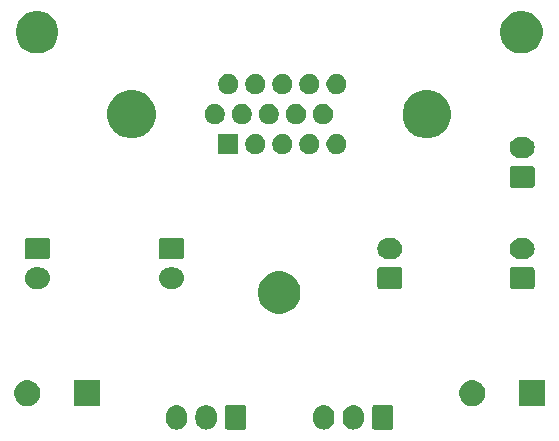
<source format=gbr>
%TF.GenerationSoftware,KiCad,Pcbnew,(5.0.2)-1*%
%TF.CreationDate,2019-02-14T19:53:03+01:00*%
%TF.ProjectId,VGA-Terminal_JSTXH,5647412d-5465-4726-9d69-6e616c5f4a53,rev?*%
%TF.SameCoordinates,Original*%
%TF.FileFunction,Soldermask,Bot*%
%TF.FilePolarity,Negative*%
%FSLAX46Y46*%
G04 Gerber Fmt 4.6, Leading zero omitted, Abs format (unit mm)*
G04 Created by KiCad (PCBNEW (5.0.2)-1) date 14.02.2019 19:53:03*
%MOMM*%
%LPD*%
G01*
G04 APERTURE LIST*
%ADD10C,0.150000*%
G04 APERTURE END LIST*
D10*
G36*
X117456627Y-97987037D02*
X117569853Y-98021384D01*
X117626467Y-98038557D01*
X117765087Y-98112652D01*
X117782991Y-98122222D01*
X117818729Y-98151552D01*
X117920186Y-98234814D01*
X118003448Y-98336271D01*
X118032778Y-98372009D01*
X118116443Y-98528534D01*
X118167963Y-98698374D01*
X118181000Y-98830743D01*
X118181000Y-99169258D01*
X118167963Y-99301627D01*
X118133616Y-99414853D01*
X118116443Y-99471467D01*
X118042348Y-99610087D01*
X118032778Y-99627991D01*
X118003448Y-99663729D01*
X117920186Y-99765186D01*
X117782989Y-99877779D01*
X117626466Y-99961443D01*
X117585733Y-99973799D01*
X117456626Y-100012963D01*
X117280000Y-100030359D01*
X117103373Y-100012963D01*
X116974266Y-99973799D01*
X116933533Y-99961443D01*
X116777011Y-99877779D01*
X116777009Y-99877778D01*
X116734749Y-99843096D01*
X116639814Y-99765186D01*
X116527221Y-99627989D01*
X116443557Y-99471466D01*
X116426384Y-99414852D01*
X116392037Y-99301626D01*
X116379000Y-99169257D01*
X116379000Y-98830742D01*
X116392037Y-98698373D01*
X116443557Y-98528534D01*
X116443557Y-98528533D01*
X116527222Y-98372008D01*
X116639812Y-98234817D01*
X116734750Y-98156904D01*
X116777010Y-98122222D01*
X116794914Y-98112652D01*
X116933534Y-98038557D01*
X116990148Y-98021384D01*
X117103374Y-97987037D01*
X117280000Y-97969641D01*
X117456627Y-97987037D01*
X117456627Y-97987037D01*
G37*
G36*
X107486627Y-97987037D02*
X107599853Y-98021384D01*
X107656467Y-98038557D01*
X107795087Y-98112652D01*
X107812991Y-98122222D01*
X107848729Y-98151552D01*
X107950186Y-98234814D01*
X108033448Y-98336271D01*
X108062778Y-98372009D01*
X108146443Y-98528534D01*
X108197963Y-98698374D01*
X108211000Y-98830743D01*
X108211000Y-99169258D01*
X108197963Y-99301627D01*
X108163616Y-99414853D01*
X108146443Y-99471467D01*
X108072348Y-99610087D01*
X108062778Y-99627991D01*
X108033448Y-99663729D01*
X107950186Y-99765186D01*
X107812989Y-99877779D01*
X107656466Y-99961443D01*
X107615733Y-99973799D01*
X107486626Y-100012963D01*
X107310000Y-100030359D01*
X107133373Y-100012963D01*
X107004266Y-99973799D01*
X106963533Y-99961443D01*
X106807011Y-99877779D01*
X106807009Y-99877778D01*
X106764749Y-99843096D01*
X106669814Y-99765186D01*
X106557221Y-99627989D01*
X106473557Y-99471466D01*
X106456384Y-99414852D01*
X106422037Y-99301626D01*
X106409000Y-99169257D01*
X106409000Y-98830742D01*
X106422037Y-98698373D01*
X106473557Y-98528534D01*
X106473557Y-98528533D01*
X106557222Y-98372008D01*
X106669812Y-98234817D01*
X106764750Y-98156904D01*
X106807010Y-98122222D01*
X106824914Y-98112652D01*
X106963534Y-98038557D01*
X107020148Y-98021384D01*
X107133374Y-97987037D01*
X107310000Y-97969641D01*
X107486627Y-97987037D01*
X107486627Y-97987037D01*
G37*
G36*
X104986627Y-97987037D02*
X105099853Y-98021384D01*
X105156467Y-98038557D01*
X105295087Y-98112652D01*
X105312991Y-98122222D01*
X105348729Y-98151552D01*
X105450186Y-98234814D01*
X105533448Y-98336271D01*
X105562778Y-98372009D01*
X105646443Y-98528534D01*
X105697963Y-98698374D01*
X105711000Y-98830743D01*
X105711000Y-99169258D01*
X105697963Y-99301627D01*
X105663616Y-99414853D01*
X105646443Y-99471467D01*
X105572348Y-99610087D01*
X105562778Y-99627991D01*
X105533448Y-99663729D01*
X105450186Y-99765186D01*
X105312989Y-99877779D01*
X105156466Y-99961443D01*
X105115733Y-99973799D01*
X104986626Y-100012963D01*
X104810000Y-100030359D01*
X104633373Y-100012963D01*
X104504266Y-99973799D01*
X104463533Y-99961443D01*
X104307011Y-99877779D01*
X104307009Y-99877778D01*
X104264749Y-99843096D01*
X104169814Y-99765186D01*
X104057221Y-99627989D01*
X103973557Y-99471466D01*
X103956384Y-99414852D01*
X103922037Y-99301626D01*
X103909000Y-99169257D01*
X103909000Y-98830742D01*
X103922037Y-98698373D01*
X103973557Y-98528534D01*
X103973557Y-98528533D01*
X104057222Y-98372008D01*
X104169812Y-98234817D01*
X104264750Y-98156904D01*
X104307010Y-98122222D01*
X104324914Y-98112652D01*
X104463534Y-98038557D01*
X104520148Y-98021384D01*
X104633374Y-97987037D01*
X104810000Y-97969641D01*
X104986627Y-97987037D01*
X104986627Y-97987037D01*
G37*
G36*
X119956627Y-97987037D02*
X120069853Y-98021384D01*
X120126467Y-98038557D01*
X120265087Y-98112652D01*
X120282991Y-98122222D01*
X120318729Y-98151552D01*
X120420186Y-98234814D01*
X120503448Y-98336271D01*
X120532778Y-98372009D01*
X120616443Y-98528534D01*
X120667963Y-98698374D01*
X120681000Y-98830743D01*
X120681000Y-99169258D01*
X120667963Y-99301627D01*
X120633616Y-99414853D01*
X120616443Y-99471467D01*
X120542348Y-99610087D01*
X120532778Y-99627991D01*
X120503448Y-99663729D01*
X120420186Y-99765186D01*
X120282989Y-99877779D01*
X120126466Y-99961443D01*
X120085733Y-99973799D01*
X119956626Y-100012963D01*
X119780000Y-100030359D01*
X119603373Y-100012963D01*
X119474266Y-99973799D01*
X119433533Y-99961443D01*
X119277011Y-99877779D01*
X119277009Y-99877778D01*
X119234749Y-99843096D01*
X119139814Y-99765186D01*
X119027221Y-99627989D01*
X118943557Y-99471466D01*
X118926384Y-99414852D01*
X118892037Y-99301626D01*
X118879000Y-99169257D01*
X118879000Y-98830742D01*
X118892037Y-98698373D01*
X118943557Y-98528534D01*
X118943557Y-98528533D01*
X119027222Y-98372008D01*
X119139812Y-98234817D01*
X119234750Y-98156904D01*
X119277010Y-98122222D01*
X119294914Y-98112652D01*
X119433534Y-98038557D01*
X119490148Y-98021384D01*
X119603374Y-97987037D01*
X119780000Y-97969641D01*
X119956627Y-97987037D01*
X119956627Y-97987037D01*
G37*
G36*
X123038600Y-97977989D02*
X123071649Y-97988014D01*
X123102106Y-98004294D01*
X123128799Y-98026201D01*
X123150706Y-98052894D01*
X123166986Y-98083351D01*
X123177011Y-98116400D01*
X123181000Y-98156904D01*
X123181000Y-99843096D01*
X123177011Y-99883600D01*
X123166986Y-99916649D01*
X123150706Y-99947106D01*
X123128799Y-99973799D01*
X123102106Y-99995706D01*
X123071649Y-100011986D01*
X123038600Y-100022011D01*
X122998096Y-100026000D01*
X121561904Y-100026000D01*
X121521400Y-100022011D01*
X121488351Y-100011986D01*
X121457894Y-99995706D01*
X121431201Y-99973799D01*
X121409294Y-99947106D01*
X121393014Y-99916649D01*
X121382989Y-99883600D01*
X121379000Y-99843096D01*
X121379000Y-98156904D01*
X121382989Y-98116400D01*
X121393014Y-98083351D01*
X121409294Y-98052894D01*
X121431201Y-98026201D01*
X121457894Y-98004294D01*
X121488351Y-97988014D01*
X121521400Y-97977989D01*
X121561904Y-97974000D01*
X122998096Y-97974000D01*
X123038600Y-97977989D01*
X123038600Y-97977989D01*
G37*
G36*
X110568600Y-97977989D02*
X110601649Y-97988014D01*
X110632106Y-98004294D01*
X110658799Y-98026201D01*
X110680706Y-98052894D01*
X110696986Y-98083351D01*
X110707011Y-98116400D01*
X110711000Y-98156904D01*
X110711000Y-99843096D01*
X110707011Y-99883600D01*
X110696986Y-99916649D01*
X110680706Y-99947106D01*
X110658799Y-99973799D01*
X110632106Y-99995706D01*
X110601649Y-100011986D01*
X110568600Y-100022011D01*
X110528096Y-100026000D01*
X109091904Y-100026000D01*
X109051400Y-100022011D01*
X109018351Y-100011986D01*
X108987894Y-99995706D01*
X108961201Y-99973799D01*
X108939294Y-99947106D01*
X108923014Y-99916649D01*
X108912989Y-99883600D01*
X108909000Y-99843096D01*
X108909000Y-98156904D01*
X108912989Y-98116400D01*
X108923014Y-98083351D01*
X108939294Y-98052894D01*
X108961201Y-98026201D01*
X108987894Y-98004294D01*
X109018351Y-97988014D01*
X109051400Y-97977989D01*
X109091904Y-97974000D01*
X110528096Y-97974000D01*
X110568600Y-97977989D01*
X110568600Y-97977989D01*
G37*
G36*
X136031000Y-98051000D02*
X133829000Y-98051000D01*
X133829000Y-95849000D01*
X136031000Y-95849000D01*
X136031000Y-98051000D01*
X136031000Y-98051000D01*
G37*
G36*
X92384794Y-95870155D02*
X92491150Y-95891311D01*
X92561990Y-95920654D01*
X92691516Y-95974305D01*
X92871850Y-96094801D01*
X93025199Y-96248150D01*
X93145695Y-96428484D01*
X93228689Y-96628851D01*
X93271000Y-96841560D01*
X93271000Y-97058440D01*
X93228689Y-97271149D01*
X93145695Y-97471516D01*
X93025199Y-97651850D01*
X92871850Y-97805199D01*
X92691516Y-97925695D01*
X92585420Y-97969641D01*
X92491150Y-98008689D01*
X92384795Y-98029844D01*
X92278440Y-98051000D01*
X92061560Y-98051000D01*
X91955205Y-98029844D01*
X91848850Y-98008689D01*
X91754580Y-97969641D01*
X91648484Y-97925695D01*
X91468150Y-97805199D01*
X91314801Y-97651850D01*
X91194305Y-97471516D01*
X91111311Y-97271149D01*
X91069000Y-97058440D01*
X91069000Y-96841560D01*
X91111311Y-96628851D01*
X91194305Y-96428484D01*
X91314801Y-96248150D01*
X91468150Y-96094801D01*
X91648484Y-95974305D01*
X91778010Y-95920654D01*
X91848850Y-95891311D01*
X91955205Y-95870156D01*
X92061560Y-95849000D01*
X92278440Y-95849000D01*
X92384794Y-95870155D01*
X92384794Y-95870155D01*
G37*
G36*
X98351000Y-98051000D02*
X96149000Y-98051000D01*
X96149000Y-95849000D01*
X98351000Y-95849000D01*
X98351000Y-98051000D01*
X98351000Y-98051000D01*
G37*
G36*
X130064794Y-95870155D02*
X130171150Y-95891311D01*
X130241990Y-95920654D01*
X130371516Y-95974305D01*
X130551850Y-96094801D01*
X130705199Y-96248150D01*
X130825695Y-96428484D01*
X130908689Y-96628851D01*
X130951000Y-96841560D01*
X130951000Y-97058440D01*
X130908689Y-97271149D01*
X130825695Y-97471516D01*
X130705199Y-97651850D01*
X130551850Y-97805199D01*
X130371516Y-97925695D01*
X130265420Y-97969641D01*
X130171150Y-98008689D01*
X130064795Y-98029844D01*
X129958440Y-98051000D01*
X129741560Y-98051000D01*
X129635205Y-98029844D01*
X129528850Y-98008689D01*
X129434580Y-97969641D01*
X129328484Y-97925695D01*
X129148150Y-97805199D01*
X128994801Y-97651850D01*
X128874305Y-97471516D01*
X128791311Y-97271149D01*
X128749000Y-97058440D01*
X128749000Y-96841560D01*
X128791311Y-96628851D01*
X128874305Y-96428484D01*
X128994801Y-96248150D01*
X129148150Y-96094801D01*
X129328484Y-95974305D01*
X129458010Y-95920654D01*
X129528850Y-95891311D01*
X129635205Y-95870156D01*
X129741560Y-95849000D01*
X129958440Y-95849000D01*
X130064794Y-95870155D01*
X130064794Y-95870155D01*
G37*
G36*
X114025331Y-86698211D02*
X114353092Y-86833974D01*
X114648073Y-87031074D01*
X114898926Y-87281927D01*
X115096026Y-87576908D01*
X115231789Y-87904669D01*
X115301000Y-88252616D01*
X115301000Y-88607384D01*
X115231789Y-88955331D01*
X115096026Y-89283092D01*
X114898926Y-89578073D01*
X114648073Y-89828926D01*
X114353092Y-90026026D01*
X114025331Y-90161789D01*
X113677384Y-90231000D01*
X113322616Y-90231000D01*
X112974669Y-90161789D01*
X112646908Y-90026026D01*
X112351927Y-89828926D01*
X112101074Y-89578073D01*
X111903974Y-89283092D01*
X111768211Y-88955331D01*
X111699000Y-88607384D01*
X111699000Y-88252616D01*
X111768211Y-87904669D01*
X111903974Y-87576908D01*
X112101074Y-87281927D01*
X112351927Y-87031074D01*
X112646908Y-86833974D01*
X112974669Y-86698211D01*
X113322616Y-86629000D01*
X113677384Y-86629000D01*
X114025331Y-86698211D01*
X114025331Y-86698211D01*
G37*
G36*
X93254760Y-86302989D02*
X93346627Y-86312037D01*
X93459853Y-86346384D01*
X93516467Y-86363557D01*
X93655087Y-86437652D01*
X93672991Y-86447222D01*
X93708729Y-86476552D01*
X93810186Y-86559814D01*
X93893448Y-86661271D01*
X93922778Y-86697009D01*
X93922779Y-86697011D01*
X94006443Y-86853533D01*
X94006443Y-86853534D01*
X94057963Y-87023373D01*
X94075359Y-87200000D01*
X94057963Y-87376627D01*
X94023616Y-87489853D01*
X94006443Y-87546467D01*
X93932348Y-87685087D01*
X93922778Y-87702991D01*
X93893448Y-87738729D01*
X93810186Y-87840186D01*
X93731613Y-87904668D01*
X93672991Y-87952778D01*
X93672989Y-87952779D01*
X93516467Y-88036443D01*
X93475734Y-88048799D01*
X93346627Y-88087963D01*
X93280443Y-88094481D01*
X93214260Y-88101000D01*
X92825740Y-88101000D01*
X92759557Y-88094481D01*
X92693373Y-88087963D01*
X92564266Y-88048799D01*
X92523533Y-88036443D01*
X92367011Y-87952779D01*
X92367009Y-87952778D01*
X92308387Y-87904668D01*
X92229814Y-87840186D01*
X92146552Y-87738729D01*
X92117222Y-87702991D01*
X92107652Y-87685087D01*
X92033557Y-87546467D01*
X92016384Y-87489853D01*
X91982037Y-87376627D01*
X91964641Y-87200000D01*
X91982037Y-87023373D01*
X92033557Y-86853534D01*
X92033557Y-86853533D01*
X92117221Y-86697011D01*
X92117222Y-86697009D01*
X92146552Y-86661271D01*
X92229814Y-86559814D01*
X92331271Y-86476552D01*
X92367009Y-86447222D01*
X92384913Y-86437652D01*
X92523533Y-86363557D01*
X92580147Y-86346384D01*
X92693373Y-86312037D01*
X92785240Y-86302989D01*
X92825740Y-86299000D01*
X93214260Y-86299000D01*
X93254760Y-86302989D01*
X93254760Y-86302989D01*
G37*
G36*
X104614760Y-86302989D02*
X104706627Y-86312037D01*
X104819853Y-86346384D01*
X104876467Y-86363557D01*
X105015087Y-86437652D01*
X105032991Y-86447222D01*
X105068729Y-86476552D01*
X105170186Y-86559814D01*
X105253448Y-86661271D01*
X105282778Y-86697009D01*
X105282779Y-86697011D01*
X105366443Y-86853533D01*
X105366443Y-86853534D01*
X105417963Y-87023373D01*
X105435359Y-87200000D01*
X105417963Y-87376627D01*
X105383616Y-87489853D01*
X105366443Y-87546467D01*
X105292348Y-87685087D01*
X105282778Y-87702991D01*
X105253448Y-87738729D01*
X105170186Y-87840186D01*
X105091613Y-87904668D01*
X105032991Y-87952778D01*
X105032989Y-87952779D01*
X104876467Y-88036443D01*
X104835734Y-88048799D01*
X104706627Y-88087963D01*
X104640443Y-88094481D01*
X104574260Y-88101000D01*
X104185740Y-88101000D01*
X104119557Y-88094481D01*
X104053373Y-88087963D01*
X103924266Y-88048799D01*
X103883533Y-88036443D01*
X103727011Y-87952779D01*
X103727009Y-87952778D01*
X103668387Y-87904668D01*
X103589814Y-87840186D01*
X103506552Y-87738729D01*
X103477222Y-87702991D01*
X103467652Y-87685087D01*
X103393557Y-87546467D01*
X103376384Y-87489853D01*
X103342037Y-87376627D01*
X103324641Y-87200000D01*
X103342037Y-87023373D01*
X103393557Y-86853534D01*
X103393557Y-86853533D01*
X103477221Y-86697011D01*
X103477222Y-86697009D01*
X103506552Y-86661271D01*
X103589814Y-86559814D01*
X103691271Y-86476552D01*
X103727009Y-86447222D01*
X103744913Y-86437652D01*
X103883533Y-86363557D01*
X103940147Y-86346384D01*
X104053373Y-86312037D01*
X104145240Y-86302989D01*
X104185740Y-86299000D01*
X104574260Y-86299000D01*
X104614760Y-86302989D01*
X104614760Y-86302989D01*
G37*
G36*
X134978600Y-86302989D02*
X135011649Y-86313014D01*
X135042106Y-86329294D01*
X135068799Y-86351201D01*
X135090706Y-86377894D01*
X135106986Y-86408351D01*
X135117011Y-86441400D01*
X135121000Y-86481904D01*
X135121000Y-87918096D01*
X135117011Y-87958600D01*
X135106986Y-87991649D01*
X135090706Y-88022106D01*
X135068799Y-88048799D01*
X135042106Y-88070706D01*
X135011649Y-88086986D01*
X134978600Y-88097011D01*
X134938096Y-88101000D01*
X133201904Y-88101000D01*
X133161400Y-88097011D01*
X133128351Y-88086986D01*
X133097894Y-88070706D01*
X133071201Y-88048799D01*
X133049294Y-88022106D01*
X133033014Y-87991649D01*
X133022989Y-87958600D01*
X133019000Y-87918096D01*
X133019000Y-86481904D01*
X133022989Y-86441400D01*
X133033014Y-86408351D01*
X133049294Y-86377894D01*
X133071201Y-86351201D01*
X133097894Y-86329294D01*
X133128351Y-86313014D01*
X133161400Y-86302989D01*
X133201904Y-86299000D01*
X134938096Y-86299000D01*
X134978600Y-86302989D01*
X134978600Y-86302989D01*
G37*
G36*
X123778600Y-86302989D02*
X123811649Y-86313014D01*
X123842106Y-86329294D01*
X123868799Y-86351201D01*
X123890706Y-86377894D01*
X123906986Y-86408351D01*
X123917011Y-86441400D01*
X123921000Y-86481904D01*
X123921000Y-87918096D01*
X123917011Y-87958600D01*
X123906986Y-87991649D01*
X123890706Y-88022106D01*
X123868799Y-88048799D01*
X123842106Y-88070706D01*
X123811649Y-88086986D01*
X123778600Y-88097011D01*
X123738096Y-88101000D01*
X122001904Y-88101000D01*
X121961400Y-88097011D01*
X121928351Y-88086986D01*
X121897894Y-88070706D01*
X121871201Y-88048799D01*
X121849294Y-88022106D01*
X121833014Y-87991649D01*
X121822989Y-87958600D01*
X121819000Y-87918096D01*
X121819000Y-86481904D01*
X121822989Y-86441400D01*
X121833014Y-86408351D01*
X121849294Y-86377894D01*
X121871201Y-86351201D01*
X121897894Y-86329294D01*
X121928351Y-86313014D01*
X121961400Y-86302989D01*
X122001904Y-86299000D01*
X123738096Y-86299000D01*
X123778600Y-86302989D01*
X123778600Y-86302989D01*
G37*
G36*
X105288600Y-83802989D02*
X105321649Y-83813014D01*
X105352106Y-83829294D01*
X105378799Y-83851201D01*
X105400706Y-83877894D01*
X105416986Y-83908351D01*
X105427011Y-83941400D01*
X105431000Y-83981904D01*
X105431000Y-85418096D01*
X105427011Y-85458600D01*
X105416986Y-85491649D01*
X105400706Y-85522106D01*
X105378799Y-85548799D01*
X105352106Y-85570706D01*
X105321649Y-85586986D01*
X105288600Y-85597011D01*
X105248096Y-85601000D01*
X103511904Y-85601000D01*
X103471400Y-85597011D01*
X103438351Y-85586986D01*
X103407894Y-85570706D01*
X103381201Y-85548799D01*
X103359294Y-85522106D01*
X103343014Y-85491649D01*
X103332989Y-85458600D01*
X103329000Y-85418096D01*
X103329000Y-83981904D01*
X103332989Y-83941400D01*
X103343014Y-83908351D01*
X103359294Y-83877894D01*
X103381201Y-83851201D01*
X103407894Y-83829294D01*
X103438351Y-83813014D01*
X103471400Y-83802989D01*
X103511904Y-83799000D01*
X105248096Y-83799000D01*
X105288600Y-83802989D01*
X105288600Y-83802989D01*
G37*
G36*
X123104760Y-83802989D02*
X123196627Y-83812037D01*
X123309853Y-83846384D01*
X123366467Y-83863557D01*
X123505087Y-83937652D01*
X123522991Y-83947222D01*
X123558729Y-83976552D01*
X123660186Y-84059814D01*
X123743448Y-84161271D01*
X123772778Y-84197009D01*
X123772779Y-84197011D01*
X123856443Y-84353533D01*
X123856443Y-84353534D01*
X123907963Y-84523373D01*
X123925359Y-84700000D01*
X123907963Y-84876627D01*
X123873616Y-84989853D01*
X123856443Y-85046467D01*
X123782348Y-85185087D01*
X123772778Y-85202991D01*
X123743448Y-85238729D01*
X123660186Y-85340186D01*
X123565251Y-85418096D01*
X123522991Y-85452778D01*
X123522989Y-85452779D01*
X123366467Y-85536443D01*
X123325734Y-85548799D01*
X123196627Y-85587963D01*
X123130442Y-85594482D01*
X123064260Y-85601000D01*
X122675740Y-85601000D01*
X122609558Y-85594482D01*
X122543373Y-85587963D01*
X122414266Y-85548799D01*
X122373533Y-85536443D01*
X122217011Y-85452779D01*
X122217009Y-85452778D01*
X122174749Y-85418096D01*
X122079814Y-85340186D01*
X121996552Y-85238729D01*
X121967222Y-85202991D01*
X121957652Y-85185087D01*
X121883557Y-85046467D01*
X121866384Y-84989853D01*
X121832037Y-84876627D01*
X121814641Y-84700000D01*
X121832037Y-84523373D01*
X121883557Y-84353534D01*
X121883557Y-84353533D01*
X121967221Y-84197011D01*
X121967222Y-84197009D01*
X121996552Y-84161271D01*
X122079814Y-84059814D01*
X122181271Y-83976552D01*
X122217009Y-83947222D01*
X122234913Y-83937652D01*
X122373533Y-83863557D01*
X122430147Y-83846384D01*
X122543373Y-83812037D01*
X122635240Y-83802989D01*
X122675740Y-83799000D01*
X123064260Y-83799000D01*
X123104760Y-83802989D01*
X123104760Y-83802989D01*
G37*
G36*
X134304760Y-83802989D02*
X134396627Y-83812037D01*
X134509853Y-83846384D01*
X134566467Y-83863557D01*
X134705087Y-83937652D01*
X134722991Y-83947222D01*
X134758729Y-83976552D01*
X134860186Y-84059814D01*
X134943448Y-84161271D01*
X134972778Y-84197009D01*
X134972779Y-84197011D01*
X135056443Y-84353533D01*
X135056443Y-84353534D01*
X135107963Y-84523373D01*
X135125359Y-84700000D01*
X135107963Y-84876627D01*
X135073616Y-84989853D01*
X135056443Y-85046467D01*
X134982348Y-85185087D01*
X134972778Y-85202991D01*
X134943448Y-85238729D01*
X134860186Y-85340186D01*
X134765251Y-85418096D01*
X134722991Y-85452778D01*
X134722989Y-85452779D01*
X134566467Y-85536443D01*
X134525734Y-85548799D01*
X134396627Y-85587963D01*
X134330442Y-85594482D01*
X134264260Y-85601000D01*
X133875740Y-85601000D01*
X133809558Y-85594482D01*
X133743373Y-85587963D01*
X133614266Y-85548799D01*
X133573533Y-85536443D01*
X133417011Y-85452779D01*
X133417009Y-85452778D01*
X133374749Y-85418096D01*
X133279814Y-85340186D01*
X133196552Y-85238729D01*
X133167222Y-85202991D01*
X133157652Y-85185087D01*
X133083557Y-85046467D01*
X133066384Y-84989853D01*
X133032037Y-84876627D01*
X133014641Y-84700000D01*
X133032037Y-84523373D01*
X133083557Y-84353534D01*
X133083557Y-84353533D01*
X133167221Y-84197011D01*
X133167222Y-84197009D01*
X133196552Y-84161271D01*
X133279814Y-84059814D01*
X133381271Y-83976552D01*
X133417009Y-83947222D01*
X133434913Y-83937652D01*
X133573533Y-83863557D01*
X133630147Y-83846384D01*
X133743373Y-83812037D01*
X133835240Y-83802989D01*
X133875740Y-83799000D01*
X134264260Y-83799000D01*
X134304760Y-83802989D01*
X134304760Y-83802989D01*
G37*
G36*
X93928600Y-83802989D02*
X93961649Y-83813014D01*
X93992106Y-83829294D01*
X94018799Y-83851201D01*
X94040706Y-83877894D01*
X94056986Y-83908351D01*
X94067011Y-83941400D01*
X94071000Y-83981904D01*
X94071000Y-85418096D01*
X94067011Y-85458600D01*
X94056986Y-85491649D01*
X94040706Y-85522106D01*
X94018799Y-85548799D01*
X93992106Y-85570706D01*
X93961649Y-85586986D01*
X93928600Y-85597011D01*
X93888096Y-85601000D01*
X92151904Y-85601000D01*
X92111400Y-85597011D01*
X92078351Y-85586986D01*
X92047894Y-85570706D01*
X92021201Y-85548799D01*
X91999294Y-85522106D01*
X91983014Y-85491649D01*
X91972989Y-85458600D01*
X91969000Y-85418096D01*
X91969000Y-83981904D01*
X91972989Y-83941400D01*
X91983014Y-83908351D01*
X91999294Y-83877894D01*
X92021201Y-83851201D01*
X92047894Y-83829294D01*
X92078351Y-83813014D01*
X92111400Y-83802989D01*
X92151904Y-83799000D01*
X93888096Y-83799000D01*
X93928600Y-83802989D01*
X93928600Y-83802989D01*
G37*
G36*
X134978600Y-77742989D02*
X135011649Y-77753014D01*
X135042106Y-77769294D01*
X135068799Y-77791201D01*
X135090706Y-77817894D01*
X135106986Y-77848351D01*
X135117011Y-77881400D01*
X135121000Y-77921904D01*
X135121000Y-79358096D01*
X135117011Y-79398600D01*
X135106986Y-79431649D01*
X135090706Y-79462106D01*
X135068799Y-79488799D01*
X135042106Y-79510706D01*
X135011649Y-79526986D01*
X134978600Y-79537011D01*
X134938096Y-79541000D01*
X133201904Y-79541000D01*
X133161400Y-79537011D01*
X133128351Y-79526986D01*
X133097894Y-79510706D01*
X133071201Y-79488799D01*
X133049294Y-79462106D01*
X133033014Y-79431649D01*
X133022989Y-79398600D01*
X133019000Y-79358096D01*
X133019000Y-77921904D01*
X133022989Y-77881400D01*
X133033014Y-77848351D01*
X133049294Y-77817894D01*
X133071201Y-77791201D01*
X133097894Y-77769294D01*
X133128351Y-77753014D01*
X133161400Y-77742989D01*
X133201904Y-77739000D01*
X134938096Y-77739000D01*
X134978600Y-77742989D01*
X134978600Y-77742989D01*
G37*
G36*
X134330443Y-75245519D02*
X134396627Y-75252037D01*
X134509853Y-75286384D01*
X134566467Y-75303557D01*
X134692642Y-75371000D01*
X134722991Y-75387222D01*
X134758729Y-75416552D01*
X134860186Y-75499814D01*
X134943448Y-75601271D01*
X134972778Y-75637009D01*
X134972779Y-75637011D01*
X135056443Y-75793533D01*
X135056443Y-75793534D01*
X135107963Y-75963373D01*
X135125359Y-76140000D01*
X135107963Y-76316627D01*
X135073616Y-76429853D01*
X135056443Y-76486467D01*
X135037977Y-76521014D01*
X134972778Y-76642991D01*
X134943804Y-76678296D01*
X134860186Y-76780186D01*
X134758729Y-76863448D01*
X134722991Y-76892778D01*
X134722989Y-76892779D01*
X134566467Y-76976443D01*
X134509853Y-76993616D01*
X134396627Y-77027963D01*
X134330442Y-77034482D01*
X134264260Y-77041000D01*
X133875740Y-77041000D01*
X133809558Y-77034482D01*
X133743373Y-77027963D01*
X133630147Y-76993616D01*
X133573533Y-76976443D01*
X133417011Y-76892779D01*
X133417009Y-76892778D01*
X133381271Y-76863448D01*
X133279814Y-76780186D01*
X133196196Y-76678296D01*
X133167222Y-76642991D01*
X133102023Y-76521014D01*
X133083557Y-76486467D01*
X133066384Y-76429853D01*
X133032037Y-76316627D01*
X133014641Y-76140000D01*
X133032037Y-75963373D01*
X133083557Y-75793534D01*
X133083557Y-75793533D01*
X133167221Y-75637011D01*
X133167222Y-75637009D01*
X133196552Y-75601271D01*
X133279814Y-75499814D01*
X133381271Y-75416552D01*
X133417009Y-75387222D01*
X133447358Y-75371000D01*
X133573533Y-75303557D01*
X133630147Y-75286384D01*
X133743373Y-75252037D01*
X133809557Y-75245519D01*
X133875740Y-75239000D01*
X134264260Y-75239000D01*
X134330443Y-75245519D01*
X134330443Y-75245519D01*
G37*
G36*
X111728228Y-75041703D02*
X111883100Y-75105853D01*
X112022481Y-75198985D01*
X112141015Y-75317519D01*
X112234147Y-75456900D01*
X112298297Y-75611772D01*
X112331000Y-75776184D01*
X112331000Y-75943816D01*
X112298297Y-76108228D01*
X112234147Y-76263100D01*
X112141015Y-76402481D01*
X112022481Y-76521015D01*
X111883100Y-76614147D01*
X111728228Y-76678297D01*
X111563816Y-76711000D01*
X111396184Y-76711000D01*
X111231772Y-76678297D01*
X111076900Y-76614147D01*
X110937519Y-76521015D01*
X110818985Y-76402481D01*
X110725853Y-76263100D01*
X110661703Y-76108228D01*
X110629000Y-75943816D01*
X110629000Y-75776184D01*
X110661703Y-75611772D01*
X110725853Y-75456900D01*
X110818985Y-75317519D01*
X110937519Y-75198985D01*
X111076900Y-75105853D01*
X111231772Y-75041703D01*
X111396184Y-75009000D01*
X111563816Y-75009000D01*
X111728228Y-75041703D01*
X111728228Y-75041703D01*
G37*
G36*
X110041000Y-76711000D02*
X108339000Y-76711000D01*
X108339000Y-75009000D01*
X110041000Y-75009000D01*
X110041000Y-76711000D01*
X110041000Y-76711000D01*
G37*
G36*
X116308228Y-75041703D02*
X116463100Y-75105853D01*
X116602481Y-75198985D01*
X116721015Y-75317519D01*
X116814147Y-75456900D01*
X116878297Y-75611772D01*
X116911000Y-75776184D01*
X116911000Y-75943816D01*
X116878297Y-76108228D01*
X116814147Y-76263100D01*
X116721015Y-76402481D01*
X116602481Y-76521015D01*
X116463100Y-76614147D01*
X116308228Y-76678297D01*
X116143816Y-76711000D01*
X115976184Y-76711000D01*
X115811772Y-76678297D01*
X115656900Y-76614147D01*
X115517519Y-76521015D01*
X115398985Y-76402481D01*
X115305853Y-76263100D01*
X115241703Y-76108228D01*
X115209000Y-75943816D01*
X115209000Y-75776184D01*
X115241703Y-75611772D01*
X115305853Y-75456900D01*
X115398985Y-75317519D01*
X115517519Y-75198985D01*
X115656900Y-75105853D01*
X115811772Y-75041703D01*
X115976184Y-75009000D01*
X116143816Y-75009000D01*
X116308228Y-75041703D01*
X116308228Y-75041703D01*
G37*
G36*
X118598228Y-75041703D02*
X118753100Y-75105853D01*
X118892481Y-75198985D01*
X119011015Y-75317519D01*
X119104147Y-75456900D01*
X119168297Y-75611772D01*
X119201000Y-75776184D01*
X119201000Y-75943816D01*
X119168297Y-76108228D01*
X119104147Y-76263100D01*
X119011015Y-76402481D01*
X118892481Y-76521015D01*
X118753100Y-76614147D01*
X118598228Y-76678297D01*
X118433816Y-76711000D01*
X118266184Y-76711000D01*
X118101772Y-76678297D01*
X117946900Y-76614147D01*
X117807519Y-76521015D01*
X117688985Y-76402481D01*
X117595853Y-76263100D01*
X117531703Y-76108228D01*
X117499000Y-75943816D01*
X117499000Y-75776184D01*
X117531703Y-75611772D01*
X117595853Y-75456900D01*
X117688985Y-75317519D01*
X117807519Y-75198985D01*
X117946900Y-75105853D01*
X118101772Y-75041703D01*
X118266184Y-75009000D01*
X118433816Y-75009000D01*
X118598228Y-75041703D01*
X118598228Y-75041703D01*
G37*
G36*
X114018228Y-75041703D02*
X114173100Y-75105853D01*
X114312481Y-75198985D01*
X114431015Y-75317519D01*
X114524147Y-75456900D01*
X114588297Y-75611772D01*
X114621000Y-75776184D01*
X114621000Y-75943816D01*
X114588297Y-76108228D01*
X114524147Y-76263100D01*
X114431015Y-76402481D01*
X114312481Y-76521015D01*
X114173100Y-76614147D01*
X114018228Y-76678297D01*
X113853816Y-76711000D01*
X113686184Y-76711000D01*
X113521772Y-76678297D01*
X113366900Y-76614147D01*
X113227519Y-76521015D01*
X113108985Y-76402481D01*
X113015853Y-76263100D01*
X112951703Y-76108228D01*
X112919000Y-75943816D01*
X112919000Y-75776184D01*
X112951703Y-75611772D01*
X113015853Y-75456900D01*
X113108985Y-75317519D01*
X113227519Y-75198985D01*
X113366900Y-75105853D01*
X113521772Y-75041703D01*
X113686184Y-75009000D01*
X113853816Y-75009000D01*
X114018228Y-75041703D01*
X114018228Y-75041703D01*
G37*
G36*
X101603252Y-71347818D02*
X101603254Y-71347819D01*
X101603255Y-71347819D01*
X101976513Y-71502427D01*
X102023985Y-71534147D01*
X102312439Y-71726886D01*
X102598114Y-72012561D01*
X102598116Y-72012564D01*
X102822573Y-72348487D01*
X102912609Y-72565854D01*
X102977182Y-72721748D01*
X103056000Y-73117993D01*
X103056000Y-73522007D01*
X102988276Y-73862481D01*
X102977181Y-73918255D01*
X102822573Y-74291513D01*
X102822572Y-74291514D01*
X102598114Y-74627439D01*
X102312439Y-74913114D01*
X102312436Y-74913116D01*
X101976513Y-75137573D01*
X101603255Y-75292181D01*
X101603254Y-75292181D01*
X101603252Y-75292182D01*
X101207007Y-75371000D01*
X100802993Y-75371000D01*
X100406748Y-75292182D01*
X100406746Y-75292181D01*
X100406745Y-75292181D01*
X100033487Y-75137573D01*
X99697564Y-74913116D01*
X99697561Y-74913114D01*
X99411886Y-74627439D01*
X99187428Y-74291514D01*
X99187427Y-74291513D01*
X99032819Y-73918255D01*
X99021725Y-73862481D01*
X98954000Y-73522007D01*
X98954000Y-73117993D01*
X99032818Y-72721748D01*
X99097391Y-72565854D01*
X99187427Y-72348487D01*
X99411884Y-72012564D01*
X99411886Y-72012561D01*
X99697561Y-71726886D01*
X99986015Y-71534147D01*
X100033487Y-71502427D01*
X100406745Y-71347819D01*
X100406746Y-71347819D01*
X100406748Y-71347818D01*
X100802993Y-71269000D01*
X101207007Y-71269000D01*
X101603252Y-71347818D01*
X101603252Y-71347818D01*
G37*
G36*
X126603252Y-71347818D02*
X126603254Y-71347819D01*
X126603255Y-71347819D01*
X126976513Y-71502427D01*
X127023985Y-71534147D01*
X127312439Y-71726886D01*
X127598114Y-72012561D01*
X127598116Y-72012564D01*
X127822573Y-72348487D01*
X127912609Y-72565854D01*
X127977182Y-72721748D01*
X128056000Y-73117993D01*
X128056000Y-73522007D01*
X127988276Y-73862481D01*
X127977181Y-73918255D01*
X127822573Y-74291513D01*
X127822572Y-74291514D01*
X127598114Y-74627439D01*
X127312439Y-74913114D01*
X127312436Y-74913116D01*
X126976513Y-75137573D01*
X126603255Y-75292181D01*
X126603254Y-75292181D01*
X126603252Y-75292182D01*
X126207007Y-75371000D01*
X125802993Y-75371000D01*
X125406748Y-75292182D01*
X125406746Y-75292181D01*
X125406745Y-75292181D01*
X125033487Y-75137573D01*
X124697564Y-74913116D01*
X124697561Y-74913114D01*
X124411886Y-74627439D01*
X124187428Y-74291514D01*
X124187427Y-74291513D01*
X124032819Y-73918255D01*
X124021725Y-73862481D01*
X123954000Y-73522007D01*
X123954000Y-73117993D01*
X124032818Y-72721748D01*
X124097391Y-72565854D01*
X124187427Y-72348487D01*
X124411884Y-72012564D01*
X124411886Y-72012561D01*
X124697561Y-71726886D01*
X124986015Y-71534147D01*
X125033487Y-71502427D01*
X125406745Y-71347819D01*
X125406746Y-71347819D01*
X125406748Y-71347818D01*
X125802993Y-71269000D01*
X126207007Y-71269000D01*
X126603252Y-71347818D01*
X126603252Y-71347818D01*
G37*
G36*
X112873228Y-72501703D02*
X113028100Y-72565853D01*
X113167481Y-72658985D01*
X113286015Y-72777519D01*
X113379147Y-72916900D01*
X113443297Y-73071772D01*
X113476000Y-73236184D01*
X113476000Y-73403816D01*
X113443297Y-73568228D01*
X113379147Y-73723100D01*
X113286015Y-73862481D01*
X113167481Y-73981015D01*
X113028100Y-74074147D01*
X112873228Y-74138297D01*
X112708816Y-74171000D01*
X112541184Y-74171000D01*
X112376772Y-74138297D01*
X112221900Y-74074147D01*
X112082519Y-73981015D01*
X111963985Y-73862481D01*
X111870853Y-73723100D01*
X111806703Y-73568228D01*
X111774000Y-73403816D01*
X111774000Y-73236184D01*
X111806703Y-73071772D01*
X111870853Y-72916900D01*
X111963985Y-72777519D01*
X112082519Y-72658985D01*
X112221900Y-72565853D01*
X112376772Y-72501703D01*
X112541184Y-72469000D01*
X112708816Y-72469000D01*
X112873228Y-72501703D01*
X112873228Y-72501703D01*
G37*
G36*
X108293228Y-72501703D02*
X108448100Y-72565853D01*
X108587481Y-72658985D01*
X108706015Y-72777519D01*
X108799147Y-72916900D01*
X108863297Y-73071772D01*
X108896000Y-73236184D01*
X108896000Y-73403816D01*
X108863297Y-73568228D01*
X108799147Y-73723100D01*
X108706015Y-73862481D01*
X108587481Y-73981015D01*
X108448100Y-74074147D01*
X108293228Y-74138297D01*
X108128816Y-74171000D01*
X107961184Y-74171000D01*
X107796772Y-74138297D01*
X107641900Y-74074147D01*
X107502519Y-73981015D01*
X107383985Y-73862481D01*
X107290853Y-73723100D01*
X107226703Y-73568228D01*
X107194000Y-73403816D01*
X107194000Y-73236184D01*
X107226703Y-73071772D01*
X107290853Y-72916900D01*
X107383985Y-72777519D01*
X107502519Y-72658985D01*
X107641900Y-72565853D01*
X107796772Y-72501703D01*
X107961184Y-72469000D01*
X108128816Y-72469000D01*
X108293228Y-72501703D01*
X108293228Y-72501703D01*
G37*
G36*
X110583228Y-72501703D02*
X110738100Y-72565853D01*
X110877481Y-72658985D01*
X110996015Y-72777519D01*
X111089147Y-72916900D01*
X111153297Y-73071772D01*
X111186000Y-73236184D01*
X111186000Y-73403816D01*
X111153297Y-73568228D01*
X111089147Y-73723100D01*
X110996015Y-73862481D01*
X110877481Y-73981015D01*
X110738100Y-74074147D01*
X110583228Y-74138297D01*
X110418816Y-74171000D01*
X110251184Y-74171000D01*
X110086772Y-74138297D01*
X109931900Y-74074147D01*
X109792519Y-73981015D01*
X109673985Y-73862481D01*
X109580853Y-73723100D01*
X109516703Y-73568228D01*
X109484000Y-73403816D01*
X109484000Y-73236184D01*
X109516703Y-73071772D01*
X109580853Y-72916900D01*
X109673985Y-72777519D01*
X109792519Y-72658985D01*
X109931900Y-72565853D01*
X110086772Y-72501703D01*
X110251184Y-72469000D01*
X110418816Y-72469000D01*
X110583228Y-72501703D01*
X110583228Y-72501703D01*
G37*
G36*
X115163228Y-72501703D02*
X115318100Y-72565853D01*
X115457481Y-72658985D01*
X115576015Y-72777519D01*
X115669147Y-72916900D01*
X115733297Y-73071772D01*
X115766000Y-73236184D01*
X115766000Y-73403816D01*
X115733297Y-73568228D01*
X115669147Y-73723100D01*
X115576015Y-73862481D01*
X115457481Y-73981015D01*
X115318100Y-74074147D01*
X115163228Y-74138297D01*
X114998816Y-74171000D01*
X114831184Y-74171000D01*
X114666772Y-74138297D01*
X114511900Y-74074147D01*
X114372519Y-73981015D01*
X114253985Y-73862481D01*
X114160853Y-73723100D01*
X114096703Y-73568228D01*
X114064000Y-73403816D01*
X114064000Y-73236184D01*
X114096703Y-73071772D01*
X114160853Y-72916900D01*
X114253985Y-72777519D01*
X114372519Y-72658985D01*
X114511900Y-72565853D01*
X114666772Y-72501703D01*
X114831184Y-72469000D01*
X114998816Y-72469000D01*
X115163228Y-72501703D01*
X115163228Y-72501703D01*
G37*
G36*
X117453228Y-72501703D02*
X117608100Y-72565853D01*
X117747481Y-72658985D01*
X117866015Y-72777519D01*
X117959147Y-72916900D01*
X118023297Y-73071772D01*
X118056000Y-73236184D01*
X118056000Y-73403816D01*
X118023297Y-73568228D01*
X117959147Y-73723100D01*
X117866015Y-73862481D01*
X117747481Y-73981015D01*
X117608100Y-74074147D01*
X117453228Y-74138297D01*
X117288816Y-74171000D01*
X117121184Y-74171000D01*
X116956772Y-74138297D01*
X116801900Y-74074147D01*
X116662519Y-73981015D01*
X116543985Y-73862481D01*
X116450853Y-73723100D01*
X116386703Y-73568228D01*
X116354000Y-73403816D01*
X116354000Y-73236184D01*
X116386703Y-73071772D01*
X116450853Y-72916900D01*
X116543985Y-72777519D01*
X116662519Y-72658985D01*
X116801900Y-72565853D01*
X116956772Y-72501703D01*
X117121184Y-72469000D01*
X117288816Y-72469000D01*
X117453228Y-72501703D01*
X117453228Y-72501703D01*
G37*
G36*
X109438228Y-69961703D02*
X109593100Y-70025853D01*
X109732481Y-70118985D01*
X109851015Y-70237519D01*
X109944147Y-70376900D01*
X110008297Y-70531772D01*
X110041000Y-70696184D01*
X110041000Y-70863816D01*
X110008297Y-71028228D01*
X109944147Y-71183100D01*
X109851015Y-71322481D01*
X109732481Y-71441015D01*
X109593100Y-71534147D01*
X109438228Y-71598297D01*
X109273816Y-71631000D01*
X109106184Y-71631000D01*
X108941772Y-71598297D01*
X108786900Y-71534147D01*
X108647519Y-71441015D01*
X108528985Y-71322481D01*
X108435853Y-71183100D01*
X108371703Y-71028228D01*
X108339000Y-70863816D01*
X108339000Y-70696184D01*
X108371703Y-70531772D01*
X108435853Y-70376900D01*
X108528985Y-70237519D01*
X108647519Y-70118985D01*
X108786900Y-70025853D01*
X108941772Y-69961703D01*
X109106184Y-69929000D01*
X109273816Y-69929000D01*
X109438228Y-69961703D01*
X109438228Y-69961703D01*
G37*
G36*
X111728228Y-69961703D02*
X111883100Y-70025853D01*
X112022481Y-70118985D01*
X112141015Y-70237519D01*
X112234147Y-70376900D01*
X112298297Y-70531772D01*
X112331000Y-70696184D01*
X112331000Y-70863816D01*
X112298297Y-71028228D01*
X112234147Y-71183100D01*
X112141015Y-71322481D01*
X112022481Y-71441015D01*
X111883100Y-71534147D01*
X111728228Y-71598297D01*
X111563816Y-71631000D01*
X111396184Y-71631000D01*
X111231772Y-71598297D01*
X111076900Y-71534147D01*
X110937519Y-71441015D01*
X110818985Y-71322481D01*
X110725853Y-71183100D01*
X110661703Y-71028228D01*
X110629000Y-70863816D01*
X110629000Y-70696184D01*
X110661703Y-70531772D01*
X110725853Y-70376900D01*
X110818985Y-70237519D01*
X110937519Y-70118985D01*
X111076900Y-70025853D01*
X111231772Y-69961703D01*
X111396184Y-69929000D01*
X111563816Y-69929000D01*
X111728228Y-69961703D01*
X111728228Y-69961703D01*
G37*
G36*
X114018228Y-69961703D02*
X114173100Y-70025853D01*
X114312481Y-70118985D01*
X114431015Y-70237519D01*
X114524147Y-70376900D01*
X114588297Y-70531772D01*
X114621000Y-70696184D01*
X114621000Y-70863816D01*
X114588297Y-71028228D01*
X114524147Y-71183100D01*
X114431015Y-71322481D01*
X114312481Y-71441015D01*
X114173100Y-71534147D01*
X114018228Y-71598297D01*
X113853816Y-71631000D01*
X113686184Y-71631000D01*
X113521772Y-71598297D01*
X113366900Y-71534147D01*
X113227519Y-71441015D01*
X113108985Y-71322481D01*
X113015853Y-71183100D01*
X112951703Y-71028228D01*
X112919000Y-70863816D01*
X112919000Y-70696184D01*
X112951703Y-70531772D01*
X113015853Y-70376900D01*
X113108985Y-70237519D01*
X113227519Y-70118985D01*
X113366900Y-70025853D01*
X113521772Y-69961703D01*
X113686184Y-69929000D01*
X113853816Y-69929000D01*
X114018228Y-69961703D01*
X114018228Y-69961703D01*
G37*
G36*
X116308228Y-69961703D02*
X116463100Y-70025853D01*
X116602481Y-70118985D01*
X116721015Y-70237519D01*
X116814147Y-70376900D01*
X116878297Y-70531772D01*
X116911000Y-70696184D01*
X116911000Y-70863816D01*
X116878297Y-71028228D01*
X116814147Y-71183100D01*
X116721015Y-71322481D01*
X116602481Y-71441015D01*
X116463100Y-71534147D01*
X116308228Y-71598297D01*
X116143816Y-71631000D01*
X115976184Y-71631000D01*
X115811772Y-71598297D01*
X115656900Y-71534147D01*
X115517519Y-71441015D01*
X115398985Y-71322481D01*
X115305853Y-71183100D01*
X115241703Y-71028228D01*
X115209000Y-70863816D01*
X115209000Y-70696184D01*
X115241703Y-70531772D01*
X115305853Y-70376900D01*
X115398985Y-70237519D01*
X115517519Y-70118985D01*
X115656900Y-70025853D01*
X115811772Y-69961703D01*
X115976184Y-69929000D01*
X116143816Y-69929000D01*
X116308228Y-69961703D01*
X116308228Y-69961703D01*
G37*
G36*
X118598228Y-69961703D02*
X118753100Y-70025853D01*
X118892481Y-70118985D01*
X119011015Y-70237519D01*
X119104147Y-70376900D01*
X119168297Y-70531772D01*
X119201000Y-70696184D01*
X119201000Y-70863816D01*
X119168297Y-71028228D01*
X119104147Y-71183100D01*
X119011015Y-71322481D01*
X118892481Y-71441015D01*
X118753100Y-71534147D01*
X118598228Y-71598297D01*
X118433816Y-71631000D01*
X118266184Y-71631000D01*
X118101772Y-71598297D01*
X117946900Y-71534147D01*
X117807519Y-71441015D01*
X117688985Y-71322481D01*
X117595853Y-71183100D01*
X117531703Y-71028228D01*
X117499000Y-70863816D01*
X117499000Y-70696184D01*
X117531703Y-70531772D01*
X117595853Y-70376900D01*
X117688985Y-70237519D01*
X117807519Y-70118985D01*
X117946900Y-70025853D01*
X118101772Y-69961703D01*
X118266184Y-69929000D01*
X118433816Y-69929000D01*
X118598228Y-69961703D01*
X118598228Y-69961703D01*
G37*
G36*
X93525331Y-64648211D02*
X93853092Y-64783974D01*
X94148073Y-64981074D01*
X94398926Y-65231927D01*
X94596026Y-65526908D01*
X94731789Y-65854669D01*
X94801000Y-66202616D01*
X94801000Y-66557384D01*
X94731789Y-66905331D01*
X94596026Y-67233092D01*
X94398926Y-67528073D01*
X94148073Y-67778926D01*
X93853092Y-67976026D01*
X93525331Y-68111789D01*
X93177384Y-68181000D01*
X92822616Y-68181000D01*
X92474669Y-68111789D01*
X92146908Y-67976026D01*
X91851927Y-67778926D01*
X91601074Y-67528073D01*
X91403974Y-67233092D01*
X91268211Y-66905331D01*
X91199000Y-66557384D01*
X91199000Y-66202616D01*
X91268211Y-65854669D01*
X91403974Y-65526908D01*
X91601074Y-65231927D01*
X91851927Y-64981074D01*
X92146908Y-64783974D01*
X92474669Y-64648211D01*
X92822616Y-64579000D01*
X93177384Y-64579000D01*
X93525331Y-64648211D01*
X93525331Y-64648211D01*
G37*
G36*
X134525331Y-64648211D02*
X134853092Y-64783974D01*
X135148073Y-64981074D01*
X135398926Y-65231927D01*
X135596026Y-65526908D01*
X135731789Y-65854669D01*
X135801000Y-66202616D01*
X135801000Y-66557384D01*
X135731789Y-66905331D01*
X135596026Y-67233092D01*
X135398926Y-67528073D01*
X135148073Y-67778926D01*
X134853092Y-67976026D01*
X134525331Y-68111789D01*
X134177384Y-68181000D01*
X133822616Y-68181000D01*
X133474669Y-68111789D01*
X133146908Y-67976026D01*
X132851927Y-67778926D01*
X132601074Y-67528073D01*
X132403974Y-67233092D01*
X132268211Y-66905331D01*
X132199000Y-66557384D01*
X132199000Y-66202616D01*
X132268211Y-65854669D01*
X132403974Y-65526908D01*
X132601074Y-65231927D01*
X132851927Y-64981074D01*
X133146908Y-64783974D01*
X133474669Y-64648211D01*
X133822616Y-64579000D01*
X134177384Y-64579000D01*
X134525331Y-64648211D01*
X134525331Y-64648211D01*
G37*
M02*

</source>
